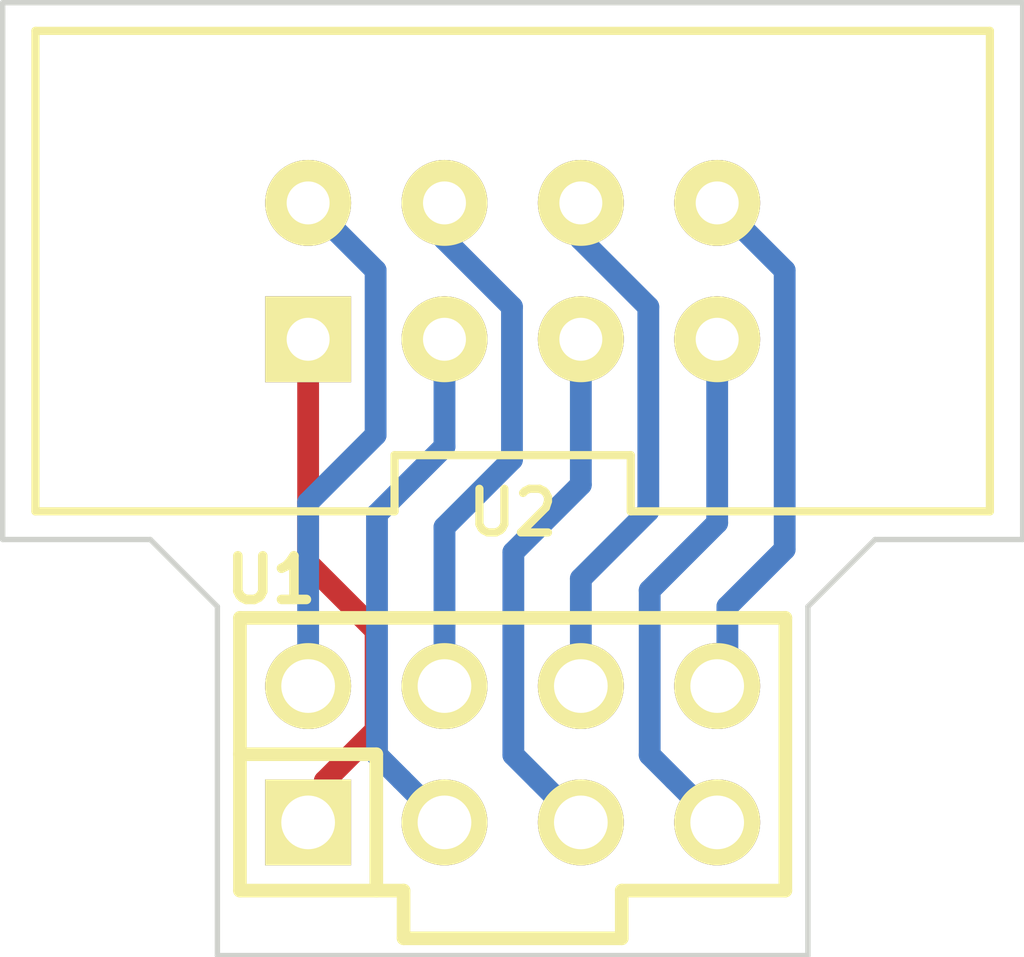
<source format=kicad_pcb>
(kicad_pcb (version 4) (host pcbnew "(2015-05-08 BZR 5647)-product")

  (general
    (links 8)
    (no_connects 0)
    (area 99.949999 81.949999 119.050001 99.810001)
    (thickness 1.6)
    (drawings 10)
    (tracks 43)
    (zones 0)
    (modules 2)
    (nets 9)
  )

  (page A4)
  (layers
    (0 F.Cu signal)
    (31 B.Cu signal)
    (32 B.Adhes user)
    (33 F.Adhes user)
    (34 B.Paste user)
    (35 F.Paste user)
    (36 B.SilkS user)
    (37 F.SilkS user)
    (38 B.Mask user)
    (39 F.Mask user)
    (40 Dwgs.User user)
    (41 Cmts.User user)
    (42 Eco1.User user)
    (43 Eco2.User user)
    (44 Edge.Cuts user)
    (45 Margin user)
    (46 B.CrtYd user)
    (47 F.CrtYd user)
    (48 B.Fab user)
    (49 F.Fab user)
  )

  (setup
    (last_trace_width 0.4064)
    (user_trace_width 0.3048)
    (user_trace_width 0.3556)
    (user_trace_width 0.4064)
    (trace_clearance 0.254)
    (zone_clearance 0.508)
    (zone_45_only no)
    (trace_min 0.2)
    (segment_width 0.2)
    (edge_width 0.1)
    (via_size 1.3)
    (via_drill 0.635)
    (via_min_size 0.4)
    (via_min_drill 0.3)
    (uvia_size 0.508)
    (uvia_drill 0.127)
    (uvias_allowed no)
    (uvia_min_size 0.2)
    (uvia_min_drill 0.1)
    (pcb_text_width 0.3)
    (pcb_text_size 1.5 1.5)
    (mod_edge_width 0.15)
    (mod_text_size 1 1)
    (mod_text_width 0.15)
    (pad_size 1.5 1.5)
    (pad_drill 0.6)
    (pad_to_mask_clearance 0)
    (aux_axis_origin 0 0)
    (grid_origin 100 100)
    (visible_elements 7FFFFFFF)
    (pcbplotparams
      (layerselection 0x010f0_80000001)
      (usegerberextensions true)
      (excludeedgelayer true)
      (linewidth 0.100000)
      (plotframeref false)
      (viasonmask false)
      (mode 1)
      (useauxorigin false)
      (hpglpennumber 1)
      (hpglpenspeed 20)
      (hpglpendiameter 15)
      (hpglpenoverlay 2)
      (psnegative false)
      (psa4output false)
      (plotreference true)
      (plotvalue true)
      (plotinvisibletext false)
      (padsonsilk false)
      (subtractmaskfromsilk false)
      (outputformat 1)
      (mirror false)
      (drillshape 0)
      (scaleselection 1)
      (outputdirectory ./gerber))
  )

  (net 0 "")
  (net 1 /VDD)
  (net 2 /PROG)
  (net 3 /RESET)
  (net 4 /GND)
  (net 5 /FSCK)
  (net 6 /FMOSI)
  (net 7 /FMISO)
  (net 8 /FCSN)

  (net_class Default "This is the default net class."
    (clearance 0.254)
    (trace_width 0.254)
    (via_dia 1.3)
    (via_drill 0.635)
    (uvia_dia 0.508)
    (uvia_drill 0.127)
    (add_net /FCSN)
    (add_net /FMISO)
    (add_net /FMOSI)
    (add_net /FSCK)
    (add_net /GND)
    (add_net /PROG)
    (add_net /RESET)
    (add_net /VDD)
  )

  (module wht:NRF_ICSP_PogoPinsHoles (layer F.Cu) (tedit 55BE40A8) (tstamp 55BE2D3D)
    (at 109.5 96)
    (descr "8 pin nRF in-circuit system programmer for PogoPin connector with PCB holes.")
    (path /55BE2B56)
    (fp_text reference U1 (at -4.5 -3.25) (layer F.SilkS)
      (effects (font (size 0.8128 0.8128) (thickness 0.1778)))
    )
    (fp_text value NRF24LE1_PROG (at 0 -3.175) (layer F.SilkS) hide
      (effects (font (size 0.8128 0.8128) (thickness 0.1524)))
    )
    (fp_line (start -5.08 2.54) (end -2.032 2.54) (layer F.SilkS) (width 0.254))
    (fp_line (start -2.032 2.54) (end -2.032 3.429) (layer F.SilkS) (width 0.254))
    (fp_line (start -2.032 3.429) (end 2.032 3.429) (layer F.SilkS) (width 0.254))
    (fp_line (start 2.032 3.429) (end 2.032 2.54) (layer F.SilkS) (width 0.254))
    (fp_line (start 2.032 2.54) (end 5.08 2.54) (layer F.SilkS) (width 0.254))
    (fp_line (start 5.08 2.54) (end 5.08 -2.54) (layer F.SilkS) (width 0.254))
    (fp_line (start 5.08 -2.54) (end -5.08 -2.54) (layer F.SilkS) (width 0.254))
    (fp_line (start -5.08 -2.54) (end -5.08 0) (layer F.SilkS) (width 0.254))
    (fp_line (start -5.08 0) (end -2.54 0) (layer F.SilkS) (width 0.254))
    (fp_line (start -2.54 0) (end -2.54 2.54) (layer F.SilkS) (width 0.254))
    (fp_line (start -5.08 2.54) (end -5.08 0) (layer F.SilkS) (width 0.254))
    (pad 1 thru_hole rect (at -3.81 1.27) (size 1.6 1.6) (drill 1) (layers *.Cu *.Mask F.SilkS)
      (net 1 /VDD))
    (pad 2 thru_hole circle (at -3.81 -1.27) (size 1.6 1.6) (drill 1) (layers *.Cu *.Mask F.SilkS)
      (net 2 /PROG))
    (pad 3 thru_hole circle (at -1.27 1.27) (size 1.6 1.6) (drill 1) (layers *.Cu *.Mask F.SilkS)
      (net 3 /RESET))
    (pad 4 thru_hole circle (at -1.27 -1.27) (size 1.6 1.6) (drill 1) (layers *.Cu *.Mask F.SilkS)
      (net 4 /GND))
    (pad 5 thru_hole circle (at 1.27 1.27) (size 1.6 1.6) (drill 1) (layers *.Cu *.Mask F.SilkS)
      (net 5 /FSCK))
    (pad 6 thru_hole circle (at 1.27 -1.27) (size 1.6 1.6) (drill 1) (layers *.Cu *.Mask F.SilkS)
      (net 6 /FMOSI))
    (pad 7 thru_hole circle (at 3.81 1.27) (size 1.6 1.6) (drill 1) (layers *.Cu *.Mask F.SilkS)
      (net 7 /FMISO))
    (pad 8 thru_hole circle (at 3.81 -1.27) (size 1.6 1.6) (drill 1) (layers *.Cu *.Mask F.SilkS)
      (net 8 /FCSN))
  )

  (module wht:NRF_ICSP_RibbonCable (layer F.Cu) (tedit 5566EAED) (tstamp 55BE2D49)
    (at 109.5 87)
    (descr "nRF24LE1 Programmer connector with ribbon cable connector")
    (path /55BE3082)
    (fp_text reference U2 (at 0 4.5 180) (layer F.SilkS)
      (effects (font (size 0.8128 0.8128) (thickness 0.1524)))
    )
    (fp_text value NRF24LE1_PROG (at 0 -3.175) (layer F.SilkS) hide
      (effects (font (size 0.8128 0.8128) (thickness 0.1524)))
    )
    (fp_line (start 2.2 3.429) (end 2.2 4.475) (layer F.SilkS) (width 0.1524))
    (fp_line (start -2.2 3.429) (end -2.2 4.475) (layer F.SilkS) (width 0.1524))
    (fp_line (start -8.89 4.475) (end -2.2 4.475) (layer F.SilkS) (width 0.1524))
    (fp_line (start -2.2 3.429) (end 2.2 3.429) (layer F.SilkS) (width 0.1524))
    (fp_line (start 2.2 4.475) (end 8.89 4.475) (layer F.SilkS) (width 0.1524))
    (fp_line (start 8.89 4.475) (end 8.89 -4.475) (layer F.SilkS) (width 0.1524))
    (fp_line (start 8.89 -4.475) (end -8.89 -4.475) (layer F.SilkS) (width 0.1524))
    (fp_line (start -8.89 -4.475) (end -8.89 4.475) (layer F.SilkS) (width 0.1524))
    (pad 1 thru_hole rect (at -3.81 1.27) (size 1.6 1.6) (drill 0.8) (layers *.Cu *.Mask F.SilkS)
      (net 1 /VDD))
    (pad 2 thru_hole oval (at -3.81 -1.27) (size 1.6 1.6) (drill 0.8) (layers *.Cu *.Mask F.SilkS)
      (net 2 /PROG))
    (pad 3 thru_hole oval (at -1.27 1.27) (size 1.6 1.6) (drill 0.8) (layers *.Cu *.Mask F.SilkS)
      (net 3 /RESET))
    (pad 4 thru_hole oval (at -1.27 -1.27) (size 1.6 1.6) (drill 0.8) (layers *.Cu *.Mask F.SilkS)
      (net 4 /GND))
    (pad 5 thru_hole oval (at 1.27 1.27) (size 1.6 1.6) (drill 0.8) (layers *.Cu *.Mask F.SilkS)
      (net 5 /FSCK))
    (pad 6 thru_hole oval (at 1.27 -1.27) (size 1.6 1.6) (drill 0.8) (layers *.Cu *.Mask F.SilkS)
      (net 6 /FMOSI))
    (pad 7 thru_hole oval (at 3.81 1.27) (size 1.6 1.6) (drill 0.8) (layers *.Cu *.Mask F.SilkS)
      (net 7 /FMISO))
    (pad 8 thru_hole oval (at 3.81 -1.27) (size 1.6 1.6) (drill 0.8) (layers *.Cu *.Mask F.SilkS)
      (net 8 /FCSN))
  )

  (gr_line (start 116.25 92) (end 119 92) (angle 90) (layer Edge.Cuts) (width 0.1))
  (gr_line (start 115 93.25) (end 116.25 92) (angle 90) (layer Edge.Cuts) (width 0.1))
  (gr_line (start 115 99.75) (end 115 93.25) (angle 90) (layer Edge.Cuts) (width 0.1))
  (gr_line (start 104 99.75) (end 115 99.75) (angle 90) (layer Edge.Cuts) (width 0.1))
  (gr_line (start 104 93.25) (end 104 99.75) (angle 90) (layer Edge.Cuts) (width 0.1))
  (gr_line (start 102.75 92) (end 104 93.25) (angle 90) (layer Edge.Cuts) (width 0.1))
  (gr_line (start 100 92) (end 102.75 92) (angle 90) (layer Edge.Cuts) (width 0.1))
  (gr_line (start 119 82) (end 119 92) (angle 90) (layer Edge.Cuts) (width 0.1))
  (gr_line (start 100 82) (end 119 82) (angle 90) (layer Edge.Cuts) (width 0.1))
  (gr_line (start 100 92) (end 100 82) (angle 90) (layer Edge.Cuts) (width 0.1))

  (segment (start 105.69 88.27) (end 105.69 92.44) (width 0.4064) (layer F.Cu) (net 1))
  (segment (start 105.69 92.44) (end 106.947201 93.697201) (width 0.4064) (layer F.Cu) (net 1))
  (segment (start 106.947201 93.697201) (end 106.947201 95.552799) (width 0.4064) (layer F.Cu) (net 1))
  (segment (start 106.947201 95.552799) (end 106 96.5) (width 0.4064) (layer F.Cu) (net 1))
  (segment (start 106 96.5) (end 106 96.96) (width 0.4064) (layer F.Cu) (net 1))
  (segment (start 106 96.96) (end 105.69 97.27) (width 0.4064) (layer F.Cu) (net 1))
  (segment (start 105.27 97.27) (end 105.69 97.27) (width 0.4064) (layer B.Cu) (net 1))
  (segment (start 105.69 85.73) (end 106.947201 86.987201) (width 0.4064) (layer B.Cu) (net 2))
  (segment (start 106.947201 86.987201) (end 106.947201 90.052799) (width 0.4064) (layer B.Cu) (net 2))
  (segment (start 106.947201 90.052799) (end 105.69 91.31) (width 0.4064) (layer B.Cu) (net 2))
  (segment (start 105.69 91.31) (end 105.69 93.59863) (width 0.4064) (layer B.Cu) (net 2))
  (segment (start 105.69 93.59863) (end 105.69 94.73) (width 0.4064) (layer B.Cu) (net 2))
  (segment (start 108.23 88.27) (end 108.23 90.27) (width 0.4064) (layer B.Cu) (net 3))
  (segment (start 108.23 90.27) (end 106.972799 91.527201) (width 0.4064) (layer B.Cu) (net 3))
  (segment (start 106.972799 91.527201) (end 106.972799 96.012799) (width 0.4064) (layer B.Cu) (net 3))
  (segment (start 106.972799 96.012799) (end 107.430001 96.470001) (width 0.4064) (layer B.Cu) (net 3))
  (segment (start 107.430001 96.470001) (end 108.23 97.27) (width 0.4064) (layer B.Cu) (net 3))
  (segment (start 108.23 85.73) (end 108.23 86.409342) (width 0.4064) (layer B.Cu) (net 4))
  (segment (start 108.23 86.409342) (end 109.487201 87.666543) (width 0.4064) (layer B.Cu) (net 4))
  (segment (start 109.487201 87.666543) (end 109.487201 90.512799) (width 0.4064) (layer B.Cu) (net 4))
  (segment (start 109.487201 90.512799) (end 108.23 91.77) (width 0.4064) (layer B.Cu) (net 4))
  (segment (start 108.23 91.77) (end 108.23 93.59863) (width 0.4064) (layer B.Cu) (net 4))
  (segment (start 108.23 93.59863) (end 108.23 94.73) (width 0.4064) (layer B.Cu) (net 4))
  (segment (start 110.77 88.27) (end 110.77 90.98) (width 0.4064) (layer B.Cu) (net 5))
  (segment (start 110.77 90.98) (end 109.512799 92.237201) (width 0.4064) (layer B.Cu) (net 5))
  (segment (start 109.512799 92.237201) (end 109.512799 96.012799) (width 0.4064) (layer B.Cu) (net 5))
  (segment (start 109.512799 96.012799) (end 109.970001 96.470001) (width 0.4064) (layer B.Cu) (net 5))
  (segment (start 109.970001 96.470001) (end 110.77 97.27) (width 0.4064) (layer B.Cu) (net 5))
  (segment (start 110.77 85.73) (end 110.77 86.409342) (width 0.4064) (layer B.Cu) (net 6))
  (segment (start 110.77 86.409342) (end 112.027201 87.666543) (width 0.4064) (layer B.Cu) (net 6))
  (segment (start 112.027201 87.666543) (end 112.027201 91.472799) (width 0.4064) (layer B.Cu) (net 6))
  (segment (start 110.77 92.73) (end 110.77 94.73) (width 0.4064) (layer B.Cu) (net 6))
  (segment (start 112.027201 91.472799) (end 110.77 92.73) (width 0.4064) (layer B.Cu) (net 6))
  (segment (start 113.31 88.27) (end 113.31 91.69) (width 0.4064) (layer B.Cu) (net 7))
  (segment (start 113.31 91.69) (end 112.052799 92.947201) (width 0.4064) (layer B.Cu) (net 7))
  (segment (start 112.052799 92.947201) (end 112.052799 96.012799) (width 0.4064) (layer B.Cu) (net 7))
  (segment (start 112.052799 96.012799) (end 112.510001 96.470001) (width 0.4064) (layer B.Cu) (net 7))
  (segment (start 112.510001 96.470001) (end 113.31 97.27) (width 0.4064) (layer B.Cu) (net 7))
  (segment (start 113.31 85.73) (end 114.567201 86.987201) (width 0.4064) (layer B.Cu) (net 8))
  (segment (start 114.567201 86.987201) (end 114.567201 92.182799) (width 0.4064) (layer B.Cu) (net 8))
  (segment (start 114.567201 92.182799) (end 113.5 93.25) (width 0.4064) (layer B.Cu) (net 8))
  (segment (start 113.5 93.25) (end 113.5 94.54) (width 0.4064) (layer B.Cu) (net 8))
  (segment (start 113.5 94.54) (end 113.31 94.73) (width 0.4064) (layer B.Cu) (net 8))

)

</source>
